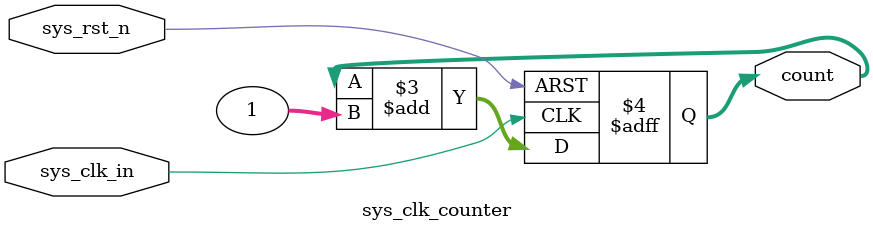
<source format=v>
`timescale 1ns / 1ps


module sc_cpu_iotest(
    input sys_rst_n,  //active low global reset
    input sys_clk_in, //100MHz clock
    input [4:0] sw_pin,//left 8 sw_pin
    input [4:0] dip_pin,//right 8 dip_pin
    output [7:0] seg_data_0_pin, //output DP1,G1,F1,E1,D1,C1,B1,A1, left
    output [7:0] seg_data_1_pin,  //output DP0,G0,F0,E0,D0,C0,B0,A0,  right
    output [7:0] seg_cs_pin, //DN1_K4,DN1_K3,DN1_K2,DN1_K0,DN0_K4,DN0_K3,DN0_K2,DN0_K1 ,left to right
    output [0:15] led_pin //left to right
     );
    
    wire [3:0] HEX4b7,HEX4b6,HEX4b5,HEX4b4,HEX4b3,HEX4b2,HEX4b1,HEX4b0;
    wire [31:0] out_port0, out_port1, out_port2;
    wire [31:0] in_port0, in_port1, in_port2;
   
  //clock_and_mem_clock unit, generate clock, imem_clock, dmem_clock  , add here
   wire imem_clock, dmem_clock;
   wire clock;
   
   
   clock_and_mem_clock clkgen(
        .sys_clk_in(sys_clk_in),
        .clock_out(clock),
        .imem_clock(imem_clock),
        .dmem_clock(dmem_clock)
   );



  //extend in_port0 to 32bit,  in_port0 = {27'b0,sw_pin}; add here
    in_port inportone(
        .sw(sw_pin),
        .out(in_port0)
    );


  //extend in_port1 to 32bit,  in_port1 = {27'b0,dip_pin}; add here
     in_port inporttwo(
        .sw(dip_pin),
        .out(in_port1)
    );
    
    
   
  //sc_computer_main unit  , add here
sc_computer_main computer_main(
    .resetn(sys_rst_n),
    .clock(clock),
    .imem_clock(imem_clock),
    .dmem_clock(dmem_clock),
    .out_port0(out_port0),
    .out_port1(out_port1),
    .out_port2(out_port2),
    .in_port0(in_port0),
    .in_port1(in_port1),
    .in_port2(in_port2)
);
 

// led sign
    assign led_pin[10:15] = out_port2[5:0];
    assign led_pin[0:4] = out_port0[4:0]; 
    assign led_pin[5:9] = out_port1[4:0]; 

wire [31:0] student_num;
assign student_num = 73;

// out_port_hex2dec unit , outport 0 data(=in_port0) hex to decimal
   out_port_hex2dec dec76(student_num,HEX4b7,HEX4b6);  // input 0
   
// out_port_hex2dec unit , outport 0 data(=in_port0) hex to decimal
//   out_port_hex2dec dec54(out_port0,HEX4b5,HEX4b4);  // input 0
   assign HEX4b5 = out_port0/16 % 16;
   assign HEX4b4 = out_port0 % 16;
// out_port_hex2dec unit ,outport1 data(=in_port1) hex to decimal
//   out_port_hex2dec dec32(out_port1,HEX4b3,HEX4b2); //input 1
   assign HEX4b3 = out_port1/16 % 16;
   assign HEX4b2 = out_port1 % 16;
// out_port_hex2dec unit ,sum of in_port0 and in_port1 hex to decimal
   out_port_hex2dec dec10(out_port2,HEX4b1,HEX4b0);  //output
     
//display unit, seven segment decode and digitron drive 
display display(
  .clk(sys_clk_in),
  .reset(sys_rst_n),
  .s({{8'b0},HEX4b7,HEX4b6,HEX4b5,HEX4b4,HEX4b3,HEX4b2,HEX4b1,HEX4b0}),
  .seg0(seg_data_0_pin),
  .seg1(seg_data_1_pin),
  .ans(seg_cs_pin)
    );

//sys_clk_counter
sys_clk_counter counter(sys_clk_in,sys_rst_n,in_port2);
endmodule

module sys_clk_counter (
  input wire sys_clk_in,      
  input wire sys_rst_n,        // asynchronous reset signal
  output reg [31:0] count      // 32bit counter output
);

always @(posedge sys_clk_in or negedge sys_rst_n) begin
  if (~sys_rst_n) begin       
    count <= 0;
  end else begin              
    count <= count + 1;
  end
end

endmodule



</source>
